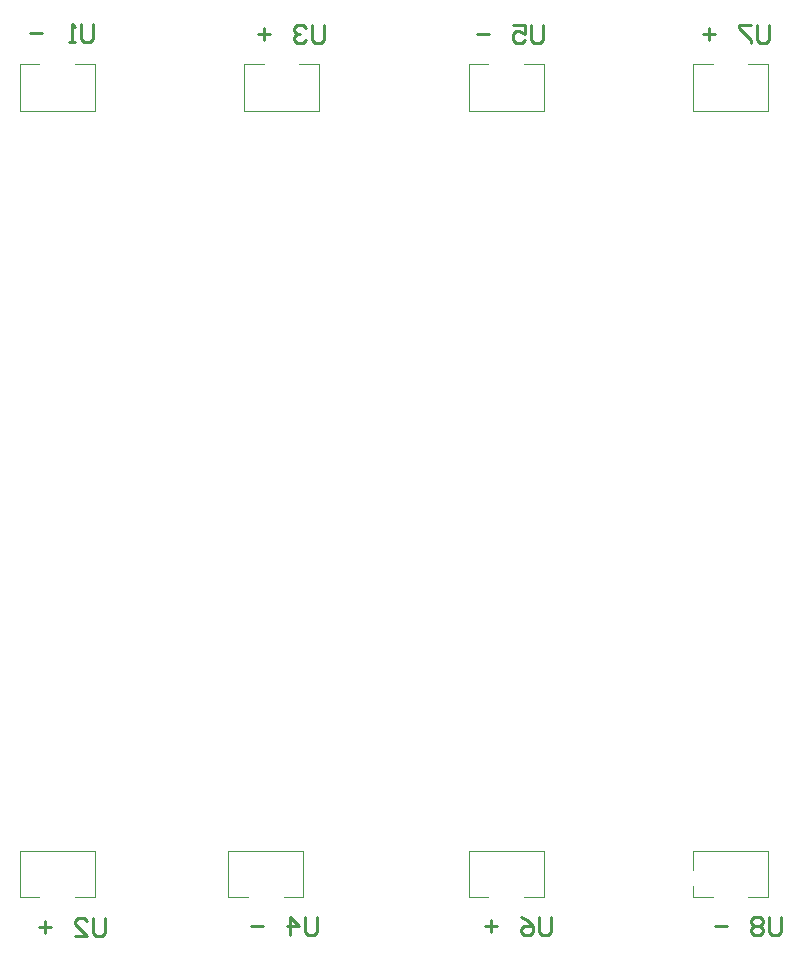
<source format=gbo>
G04*
G04 #@! TF.GenerationSoftware,Altium Limited,Altium Designer,23.11.1 (41)*
G04*
G04 Layer_Color=32896*
%FSLAX25Y25*%
%MOIN*%
G70*
G04*
G04 #@! TF.SameCoordinates,7FD28054-1643-4BC3-9A3C-097E624A02D2*
G04*
G04*
G04 #@! TF.FilePolarity,Positive*
G04*
G01*
G75*
%ADD10C,0.00394*%
%ADD13C,0.01000*%
D10*
X61103Y-316195D02*
X67697D01*
X-68704D02*
Y-300643D01*
X-75298Y-316195D02*
X-68704D01*
X86103D02*
Y-300643D01*
X61103D02*
X86103D01*
X-88503Y-54031D02*
X-63503D01*
Y-38480D01*
X-138306Y-54031D02*
Y-38480D01*
X-88503Y-54031D02*
Y-38480D01*
X-163306D02*
X-156712D01*
X-144901Y-316195D02*
X-138307D01*
X-163307D02*
Y-300643D01*
Y-316195D02*
X-156712D01*
X-138307D02*
Y-300643D01*
X-13701Y-316195D02*
Y-300643D01*
X-93704Y-316195D02*
X-87109D01*
X-93704Y-300643D02*
X-68704D01*
X-93704Y-316195D02*
Y-300643D01*
X-70098Y-38480D02*
X-63503D01*
X79509D02*
X86103D01*
X61103D02*
X67698D01*
X61103Y-54031D02*
Y-38480D01*
Y-54031D02*
X86103D01*
Y-38480D01*
X11299Y-316195D02*
Y-300643D01*
X4705Y-316195D02*
X11299D01*
X-13701D02*
X-7106D01*
X-13701Y-300643D02*
X11299D01*
X-13700Y-54031D02*
X11300D01*
X-13700D02*
Y-38480D01*
X4706D02*
X11300D01*
Y-54031D02*
Y-38480D01*
X-13700D02*
X-7105D01*
X-144901D02*
X-138306D01*
X-163306Y-54031D02*
Y-38480D01*
Y-54031D02*
X-138306D01*
X-88503Y-38480D02*
X-81909D01*
X61103Y-306972D02*
Y-300643D01*
X-163307D02*
X-138307D01*
X61103Y-316195D02*
Y-312335D01*
X79508Y-316195D02*
X86103D01*
D13*
X90505Y-322938D02*
Y-327936D01*
X89505Y-328936D01*
X87506D01*
X86506Y-327936D01*
Y-322938D01*
X84507Y-323938D02*
X83507Y-322938D01*
X81507D01*
X80508Y-323938D01*
Y-324937D01*
X81507Y-325937D01*
X80508Y-326937D01*
Y-327936D01*
X81507Y-328936D01*
X83507D01*
X84507Y-327936D01*
Y-326937D01*
X83507Y-325937D01*
X84507Y-324937D01*
Y-323938D01*
X83507Y-325937D02*
X81507D01*
X72510D02*
X68512D01*
X86533Y-25488D02*
Y-30487D01*
X85534Y-31486D01*
X83534D01*
X82535Y-30487D01*
Y-25488D01*
X80535D02*
X76537D01*
Y-26488D01*
X80535Y-30487D01*
Y-31486D01*
X68539Y-28488D02*
X64541D01*
X66540Y-26488D02*
Y-30487D01*
X13891Y-322842D02*
Y-327840D01*
X12891Y-328840D01*
X10892D01*
X9892Y-327840D01*
Y-322842D01*
X3894D02*
X5894Y-323842D01*
X7893Y-325841D01*
Y-327840D01*
X6893Y-328840D01*
X4894D01*
X3894Y-327840D01*
Y-326841D01*
X4894Y-325841D01*
X7893D01*
X-4103D02*
X-8102D01*
X-6103Y-323842D02*
Y-327840D01*
X11063Y-25488D02*
Y-30487D01*
X10063Y-31486D01*
X8064D01*
X7064Y-30487D01*
Y-25488D01*
X1066D02*
X5065D01*
Y-28488D01*
X3066Y-27488D01*
X2066D01*
X1066Y-28488D01*
Y-30487D01*
X2066Y-31486D01*
X4065D01*
X5065Y-30487D01*
X-6931Y-28488D02*
X-10930D01*
X-64302Y-322842D02*
Y-327840D01*
X-65301Y-328840D01*
X-67301D01*
X-68300Y-327840D01*
Y-322842D01*
X-73299Y-328840D02*
Y-322842D01*
X-70300Y-325841D01*
X-74299D01*
X-82296D02*
X-86295D01*
X-61930Y-25488D02*
Y-30487D01*
X-62930Y-31486D01*
X-64929D01*
X-65929Y-30487D01*
Y-25488D01*
X-67928Y-26488D02*
X-68928Y-25488D01*
X-70928D01*
X-71927Y-26488D01*
Y-27488D01*
X-70928Y-28488D01*
X-69928D01*
X-70928D01*
X-71927Y-29487D01*
Y-30487D01*
X-70928Y-31486D01*
X-68928D01*
X-67928Y-30487D01*
X-79925Y-28488D02*
X-83923D01*
X-81924Y-26488D02*
Y-30487D01*
X-135004Y-323001D02*
Y-327999D01*
X-136003Y-328999D01*
X-138003D01*
X-139002Y-327999D01*
Y-323001D01*
X-145000Y-328999D02*
X-141002D01*
X-145000Y-325000D01*
Y-324001D01*
X-144001Y-323001D01*
X-142001D01*
X-141002Y-324001D01*
X-152998Y-326000D02*
X-156997D01*
X-154997Y-324001D02*
Y-327999D01*
X-138896Y-25170D02*
Y-30168D01*
X-139896Y-31168D01*
X-141895D01*
X-142895Y-30168D01*
Y-25170D01*
X-144894Y-31168D02*
X-146894D01*
X-145894D01*
Y-25170D01*
X-144894Y-26170D01*
X-155891Y-28169D02*
X-159889D01*
M02*

</source>
